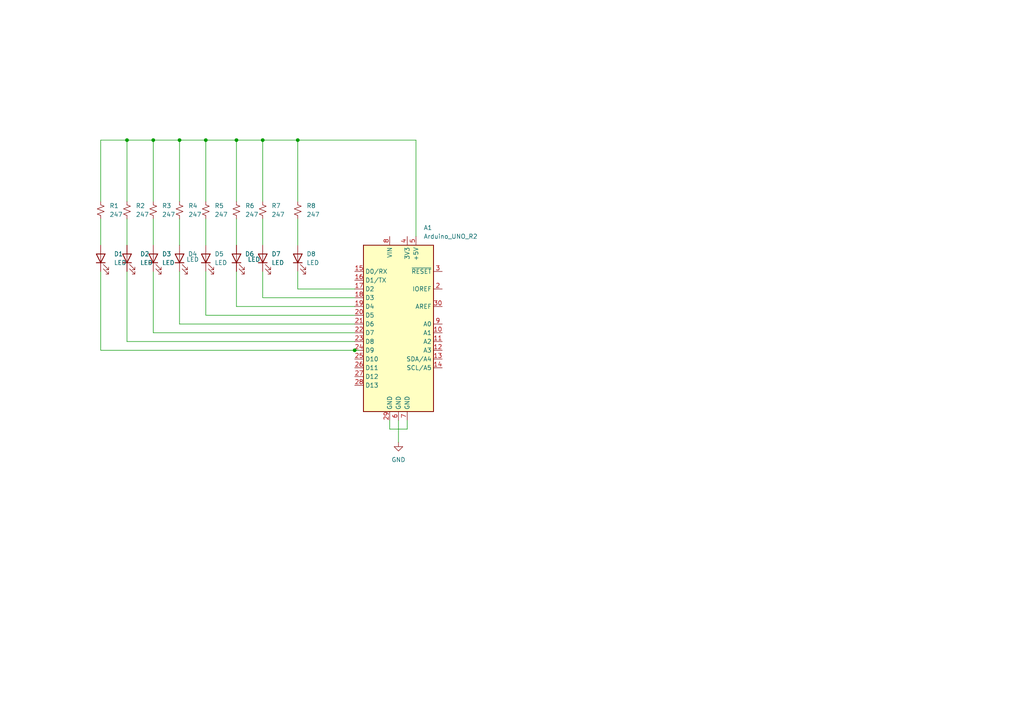
<source format=kicad_sch>
(kicad_sch (version 20230121) (generator eeschema)

  (uuid 8ac08205-34bd-4da9-9fc8-c5f859f4f146)

  (paper "A4")

  (title_block
    (title "ARDUINO UNO SHIELD")
    (date "2024-01-21")
    (rev "1")
    (company "SIMON MUNYUA MUGO")
    (comment 1 "MUMIAS WEST TECHINAL COLLEGAGE")
  )

  (lib_symbols
    (symbol "Device:LED" (pin_numbers hide) (pin_names (offset 1.016) hide) (in_bom yes) (on_board yes)
      (property "Reference" "D" (at 0 2.54 0)
        (effects (font (size 1.27 1.27)))
      )
      (property "Value" "LED" (at 0 -2.54 0)
        (effects (font (size 1.27 1.27)))
      )
      (property "Footprint" "" (at 0 0 0)
        (effects (font (size 1.27 1.27)) hide)
      )
      (property "Datasheet" "~" (at 0 0 0)
        (effects (font (size 1.27 1.27)) hide)
      )
      (property "ki_keywords" "LED diode" (at 0 0 0)
        (effects (font (size 1.27 1.27)) hide)
      )
      (property "ki_description" "Light emitting diode" (at 0 0 0)
        (effects (font (size 1.27 1.27)) hide)
      )
      (property "ki_fp_filters" "LED* LED_SMD:* LED_THT:*" (at 0 0 0)
        (effects (font (size 1.27 1.27)) hide)
      )
      (symbol "LED_0_1"
        (polyline
          (pts
            (xy -1.27 -1.27)
            (xy -1.27 1.27)
          )
          (stroke (width 0.254) (type default))
          (fill (type none))
        )
        (polyline
          (pts
            (xy -1.27 0)
            (xy 1.27 0)
          )
          (stroke (width 0) (type default))
          (fill (type none))
        )
        (polyline
          (pts
            (xy 1.27 -1.27)
            (xy 1.27 1.27)
            (xy -1.27 0)
            (xy 1.27 -1.27)
          )
          (stroke (width 0.254) (type default))
          (fill (type none))
        )
        (polyline
          (pts
            (xy -3.048 -0.762)
            (xy -4.572 -2.286)
            (xy -3.81 -2.286)
            (xy -4.572 -2.286)
            (xy -4.572 -1.524)
          )
          (stroke (width 0) (type default))
          (fill (type none))
        )
        (polyline
          (pts
            (xy -1.778 -0.762)
            (xy -3.302 -2.286)
            (xy -2.54 -2.286)
            (xy -3.302 -2.286)
            (xy -3.302 -1.524)
          )
          (stroke (width 0) (type default))
          (fill (type none))
        )
      )
      (symbol "LED_1_1"
        (pin passive line (at -3.81 0 0) (length 2.54)
          (name "K" (effects (font (size 1.27 1.27))))
          (number "1" (effects (font (size 1.27 1.27))))
        )
        (pin passive line (at 3.81 0 180) (length 2.54)
          (name "A" (effects (font (size 1.27 1.27))))
          (number "2" (effects (font (size 1.27 1.27))))
        )
      )
    )
    (symbol "Device:R_Small_US" (pin_numbers hide) (pin_names (offset 0.254) hide) (in_bom yes) (on_board yes)
      (property "Reference" "R" (at 0.762 0.508 0)
        (effects (font (size 1.27 1.27)) (justify left))
      )
      (property "Value" "R_Small_US" (at 0.762 -1.016 0)
        (effects (font (size 1.27 1.27)) (justify left))
      )
      (property "Footprint" "" (at 0 0 0)
        (effects (font (size 1.27 1.27)) hide)
      )
      (property "Datasheet" "~" (at 0 0 0)
        (effects (font (size 1.27 1.27)) hide)
      )
      (property "ki_keywords" "r resistor" (at 0 0 0)
        (effects (font (size 1.27 1.27)) hide)
      )
      (property "ki_description" "Resistor, small US symbol" (at 0 0 0)
        (effects (font (size 1.27 1.27)) hide)
      )
      (property "ki_fp_filters" "R_*" (at 0 0 0)
        (effects (font (size 1.27 1.27)) hide)
      )
      (symbol "R_Small_US_1_1"
        (polyline
          (pts
            (xy 0 0)
            (xy 1.016 -0.381)
            (xy 0 -0.762)
            (xy -1.016 -1.143)
            (xy 0 -1.524)
          )
          (stroke (width 0) (type default))
          (fill (type none))
        )
        (polyline
          (pts
            (xy 0 1.524)
            (xy 1.016 1.143)
            (xy 0 0.762)
            (xy -1.016 0.381)
            (xy 0 0)
          )
          (stroke (width 0) (type default))
          (fill (type none))
        )
        (pin passive line (at 0 2.54 270) (length 1.016)
          (name "~" (effects (font (size 1.27 1.27))))
          (number "1" (effects (font (size 1.27 1.27))))
        )
        (pin passive line (at 0 -2.54 90) (length 1.016)
          (name "~" (effects (font (size 1.27 1.27))))
          (number "2" (effects (font (size 1.27 1.27))))
        )
      )
    )
    (symbol "MCU_Module:Arduino_UNO_R2" (in_bom yes) (on_board yes)
      (property "Reference" "A" (at -10.16 23.495 0)
        (effects (font (size 1.27 1.27)) (justify left bottom))
      )
      (property "Value" "Arduino_UNO_R2" (at 5.08 -26.67 0)
        (effects (font (size 1.27 1.27)) (justify left top))
      )
      (property "Footprint" "Module:Arduino_UNO_R2" (at 0 0 0)
        (effects (font (size 1.27 1.27) italic) hide)
      )
      (property "Datasheet" "https://www.arduino.cc/en/Main/arduinoBoardUno" (at 0 0 0)
        (effects (font (size 1.27 1.27)) hide)
      )
      (property "ki_keywords" "Arduino UNO R3 Microcontroller Module Atmel AVR USB" (at 0 0 0)
        (effects (font (size 1.27 1.27)) hide)
      )
      (property "ki_description" "Arduino UNO Microcontroller Module, release 2" (at 0 0 0)
        (effects (font (size 1.27 1.27)) hide)
      )
      (property "ki_fp_filters" "Arduino*UNO*R2*" (at 0 0 0)
        (effects (font (size 1.27 1.27)) hide)
      )
      (symbol "Arduino_UNO_R2_0_1"
        (rectangle (start -10.16 22.86) (end 10.16 -25.4)
          (stroke (width 0.254) (type default))
          (fill (type background))
        )
      )
      (symbol "Arduino_UNO_R2_1_1"
        (pin no_connect line (at -10.16 -20.32 0) (length 2.54) hide
          (name "NC" (effects (font (size 1.27 1.27))))
          (number "1" (effects (font (size 1.27 1.27))))
        )
        (pin bidirectional line (at 12.7 -2.54 180) (length 2.54)
          (name "A1" (effects (font (size 1.27 1.27))))
          (number "10" (effects (font (size 1.27 1.27))))
        )
        (pin bidirectional line (at 12.7 -5.08 180) (length 2.54)
          (name "A2" (effects (font (size 1.27 1.27))))
          (number "11" (effects (font (size 1.27 1.27))))
        )
        (pin bidirectional line (at 12.7 -7.62 180) (length 2.54)
          (name "A3" (effects (font (size 1.27 1.27))))
          (number "12" (effects (font (size 1.27 1.27))))
        )
        (pin bidirectional line (at 12.7 -10.16 180) (length 2.54)
          (name "SDA/A4" (effects (font (size 1.27 1.27))))
          (number "13" (effects (font (size 1.27 1.27))))
        )
        (pin bidirectional line (at 12.7 -12.7 180) (length 2.54)
          (name "SCL/A5" (effects (font (size 1.27 1.27))))
          (number "14" (effects (font (size 1.27 1.27))))
        )
        (pin bidirectional line (at -12.7 15.24 0) (length 2.54)
          (name "D0/RX" (effects (font (size 1.27 1.27))))
          (number "15" (effects (font (size 1.27 1.27))))
        )
        (pin bidirectional line (at -12.7 12.7 0) (length 2.54)
          (name "D1/TX" (effects (font (size 1.27 1.27))))
          (number "16" (effects (font (size 1.27 1.27))))
        )
        (pin bidirectional line (at -12.7 10.16 0) (length 2.54)
          (name "D2" (effects (font (size 1.27 1.27))))
          (number "17" (effects (font (size 1.27 1.27))))
        )
        (pin bidirectional line (at -12.7 7.62 0) (length 2.54)
          (name "D3" (effects (font (size 1.27 1.27))))
          (number "18" (effects (font (size 1.27 1.27))))
        )
        (pin bidirectional line (at -12.7 5.08 0) (length 2.54)
          (name "D4" (effects (font (size 1.27 1.27))))
          (number "19" (effects (font (size 1.27 1.27))))
        )
        (pin output line (at 12.7 10.16 180) (length 2.54)
          (name "IOREF" (effects (font (size 1.27 1.27))))
          (number "2" (effects (font (size 1.27 1.27))))
        )
        (pin bidirectional line (at -12.7 2.54 0) (length 2.54)
          (name "D5" (effects (font (size 1.27 1.27))))
          (number "20" (effects (font (size 1.27 1.27))))
        )
        (pin bidirectional line (at -12.7 0 0) (length 2.54)
          (name "D6" (effects (font (size 1.27 1.27))))
          (number "21" (effects (font (size 1.27 1.27))))
        )
        (pin bidirectional line (at -12.7 -2.54 0) (length 2.54)
          (name "D7" (effects (font (size 1.27 1.27))))
          (number "22" (effects (font (size 1.27 1.27))))
        )
        (pin bidirectional line (at -12.7 -5.08 0) (length 2.54)
          (name "D8" (effects (font (size 1.27 1.27))))
          (number "23" (effects (font (size 1.27 1.27))))
        )
        (pin bidirectional line (at -12.7 -7.62 0) (length 2.54)
          (name "D9" (effects (font (size 1.27 1.27))))
          (number "24" (effects (font (size 1.27 1.27))))
        )
        (pin bidirectional line (at -12.7 -10.16 0) (length 2.54)
          (name "D10" (effects (font (size 1.27 1.27))))
          (number "25" (effects (font (size 1.27 1.27))))
        )
        (pin bidirectional line (at -12.7 -12.7 0) (length 2.54)
          (name "D11" (effects (font (size 1.27 1.27))))
          (number "26" (effects (font (size 1.27 1.27))))
        )
        (pin bidirectional line (at -12.7 -15.24 0) (length 2.54)
          (name "D12" (effects (font (size 1.27 1.27))))
          (number "27" (effects (font (size 1.27 1.27))))
        )
        (pin bidirectional line (at -12.7 -17.78 0) (length 2.54)
          (name "D13" (effects (font (size 1.27 1.27))))
          (number "28" (effects (font (size 1.27 1.27))))
        )
        (pin power_in line (at -2.54 -27.94 90) (length 2.54)
          (name "GND" (effects (font (size 1.27 1.27))))
          (number "29" (effects (font (size 1.27 1.27))))
        )
        (pin input line (at 12.7 15.24 180) (length 2.54)
          (name "~{RESET}" (effects (font (size 1.27 1.27))))
          (number "3" (effects (font (size 1.27 1.27))))
        )
        (pin input line (at 12.7 5.08 180) (length 2.54)
          (name "AREF" (effects (font (size 1.27 1.27))))
          (number "30" (effects (font (size 1.27 1.27))))
        )
        (pin power_out line (at 2.54 25.4 270) (length 2.54)
          (name "3V3" (effects (font (size 1.27 1.27))))
          (number "4" (effects (font (size 1.27 1.27))))
        )
        (pin power_out line (at 5.08 25.4 270) (length 2.54)
          (name "+5V" (effects (font (size 1.27 1.27))))
          (number "5" (effects (font (size 1.27 1.27))))
        )
        (pin power_in line (at 0 -27.94 90) (length 2.54)
          (name "GND" (effects (font (size 1.27 1.27))))
          (number "6" (effects (font (size 1.27 1.27))))
        )
        (pin power_in line (at 2.54 -27.94 90) (length 2.54)
          (name "GND" (effects (font (size 1.27 1.27))))
          (number "7" (effects (font (size 1.27 1.27))))
        )
        (pin power_in line (at -2.54 25.4 270) (length 2.54)
          (name "VIN" (effects (font (size 1.27 1.27))))
          (number "8" (effects (font (size 1.27 1.27))))
        )
        (pin bidirectional line (at 12.7 0 180) (length 2.54)
          (name "A0" (effects (font (size 1.27 1.27))))
          (number "9" (effects (font (size 1.27 1.27))))
        )
      )
    )
    (symbol "power:GND" (power) (pin_names (offset 0)) (in_bom yes) (on_board yes)
      (property "Reference" "#PWR" (at 0 -6.35 0)
        (effects (font (size 1.27 1.27)) hide)
      )
      (property "Value" "GND" (at 0 -3.81 0)
        (effects (font (size 1.27 1.27)))
      )
      (property "Footprint" "" (at 0 0 0)
        (effects (font (size 1.27 1.27)) hide)
      )
      (property "Datasheet" "" (at 0 0 0)
        (effects (font (size 1.27 1.27)) hide)
      )
      (property "ki_keywords" "global power" (at 0 0 0)
        (effects (font (size 1.27 1.27)) hide)
      )
      (property "ki_description" "Power symbol creates a global label with name \"GND\" , ground" (at 0 0 0)
        (effects (font (size 1.27 1.27)) hide)
      )
      (symbol "GND_0_1"
        (polyline
          (pts
            (xy 0 0)
            (xy 0 -1.27)
            (xy 1.27 -1.27)
            (xy 0 -2.54)
            (xy -1.27 -1.27)
            (xy 0 -1.27)
          )
          (stroke (width 0) (type default))
          (fill (type none))
        )
      )
      (symbol "GND_1_1"
        (pin power_in line (at 0 0 270) (length 0) hide
          (name "GND" (effects (font (size 1.27 1.27))))
          (number "1" (effects (font (size 1.27 1.27))))
        )
      )
    )
  )

  (junction (at 36.83 40.64) (diameter 0) (color 0 0 0 0)
    (uuid 0c61da14-8905-407b-a18a-0642c3b75b9f)
  )
  (junction (at 76.2 40.64) (diameter 0) (color 0 0 0 0)
    (uuid 48b55d13-3940-4b45-b6a0-c8476b64a26e)
  )
  (junction (at 102.87 101.6) (diameter 0) (color 0 0 0 0)
    (uuid 69fdfd37-c7d3-4520-ba41-ac3c0481ce65)
  )
  (junction (at 68.58 40.64) (diameter 0) (color 0 0 0 0)
    (uuid 6c930835-14a6-49ca-8725-229ea9690006)
  )
  (junction (at 44.45 40.64) (diameter 0) (color 0 0 0 0)
    (uuid 7ff02bc3-59c3-4f22-9a4b-e4b04db42725)
  )
  (junction (at 52.07 40.64) (diameter 0) (color 0 0 0 0)
    (uuid add90259-14f3-4a9b-b5ea-f86f0ba2bf8d)
  )
  (junction (at 86.36 40.64) (diameter 0) (color 0 0 0 0)
    (uuid b61be2df-6073-416d-b81d-7718af0013c7)
  )
  (junction (at 59.69 40.64) (diameter 0) (color 0 0 0 0)
    (uuid bce34a9c-ef19-4423-8743-a44b17101ede)
  )

  (wire (pts (xy 29.21 78.74) (xy 29.21 101.6))
    (stroke (width 0) (type default))
    (uuid 02b3a12f-d32c-424e-8248-152a98585375)
  )
  (wire (pts (xy 52.07 93.98) (xy 102.87 93.98))
    (stroke (width 0) (type default))
    (uuid 0753cbaf-122a-4514-aa1b-85f0c594581b)
  )
  (wire (pts (xy 86.36 40.64) (xy 120.65 40.64))
    (stroke (width 0) (type default))
    (uuid 0dc2437a-b05f-4ff3-b8fd-706a3b315740)
  )
  (wire (pts (xy 76.2 86.36) (xy 102.87 86.36))
    (stroke (width 0) (type default))
    (uuid 1d1e0824-c5e8-41e8-9efc-8d92d9697e5e)
  )
  (wire (pts (xy 59.69 78.74) (xy 59.69 91.44))
    (stroke (width 0) (type default))
    (uuid 3603d438-f2b3-4cc6-9c55-e44529178a42)
  )
  (wire (pts (xy 68.58 63.5) (xy 68.58 71.12))
    (stroke (width 0) (type default))
    (uuid 3e2a7a2e-b848-4bbc-a13c-e9b46c0f6bf9)
  )
  (wire (pts (xy 120.65 68.58) (xy 120.65 40.64))
    (stroke (width 0) (type default))
    (uuid 3e50cda0-5e82-4a4e-bfb6-f5a31a514b75)
  )
  (wire (pts (xy 115.57 121.92) (xy 115.57 128.27))
    (stroke (width 0) (type default))
    (uuid 40fb7ec6-2c7a-473f-86cb-7acd41150405)
  )
  (wire (pts (xy 86.36 40.64) (xy 86.36 58.42))
    (stroke (width 0) (type default))
    (uuid 42a98bbc-e0a5-454a-b33e-b3adfc0ea89a)
  )
  (wire (pts (xy 59.69 91.44) (xy 102.87 91.44))
    (stroke (width 0) (type default))
    (uuid 460dd2f4-100b-4ef4-88df-c56593a943a6)
  )
  (wire (pts (xy 29.21 40.64) (xy 29.21 58.42))
    (stroke (width 0) (type default))
    (uuid 4c35be2f-7966-462b-9c11-0b4ecae9971f)
  )
  (wire (pts (xy 36.83 40.64) (xy 36.83 58.42))
    (stroke (width 0) (type default))
    (uuid 4cb8e719-3978-44e5-a5ec-3f10024bd713)
  )
  (wire (pts (xy 76.2 40.64) (xy 86.36 40.64))
    (stroke (width 0) (type default))
    (uuid 4e37bac0-3344-495b-9bdb-ee016c5bcb9a)
  )
  (wire (pts (xy 36.83 63.5) (xy 36.83 71.12))
    (stroke (width 0) (type default))
    (uuid 5f6567b6-8201-4c9a-aed1-dca9b2585a19)
  )
  (wire (pts (xy 76.2 78.74) (xy 76.2 86.36))
    (stroke (width 0) (type default))
    (uuid 5ff3ff39-0f71-4cbd-8e0d-37ca8520d6c8)
  )
  (wire (pts (xy 44.45 40.64) (xy 52.07 40.64))
    (stroke (width 0) (type default))
    (uuid 66db8bf0-8bbd-4fb7-bc91-e13b6c129a41)
  )
  (wire (pts (xy 76.2 63.5) (xy 76.2 71.12))
    (stroke (width 0) (type default))
    (uuid 6ac82a75-1636-419c-9f4a-196f3274308b)
  )
  (wire (pts (xy 68.58 78.74) (xy 68.58 88.9))
    (stroke (width 0) (type default))
    (uuid 6b0d674b-7e1c-4e2d-9a06-bcc72b459c2a)
  )
  (wire (pts (xy 29.21 63.5) (xy 29.21 71.12))
    (stroke (width 0) (type default))
    (uuid 6b660d65-f605-44ee-844e-5149052b7600)
  )
  (wire (pts (xy 36.83 78.74) (xy 36.83 99.06))
    (stroke (width 0) (type default))
    (uuid 7233f6b6-b85e-40d4-99f1-01e97da8d14d)
  )
  (wire (pts (xy 29.21 40.64) (xy 36.83 40.64))
    (stroke (width 0) (type default))
    (uuid 77a9f7b0-eef7-4cd0-a62b-34667ff537db)
  )
  (wire (pts (xy 86.36 63.5) (xy 86.36 71.12))
    (stroke (width 0) (type default))
    (uuid 78f14e9b-9dcb-4e20-a6ec-7c71593ef069)
  )
  (wire (pts (xy 59.69 63.5) (xy 59.69 71.12))
    (stroke (width 0) (type default))
    (uuid 849db5e6-4435-4d22-a616-1ec5a388f0ba)
  )
  (wire (pts (xy 52.07 40.64) (xy 59.69 40.64))
    (stroke (width 0) (type default))
    (uuid 84f91cb8-e6e9-4264-987e-d9ddaba3794c)
  )
  (wire (pts (xy 118.11 124.46) (xy 118.11 121.92))
    (stroke (width 0) (type default))
    (uuid 89252b5c-2cb8-4c81-b518-95407fcd467e)
  )
  (wire (pts (xy 44.45 96.52) (xy 102.87 96.52))
    (stroke (width 0) (type default))
    (uuid 926028c6-ca21-43cb-9cd5-9b71019a6a43)
  )
  (wire (pts (xy 76.2 40.64) (xy 76.2 58.42))
    (stroke (width 0) (type default))
    (uuid 9469230f-d806-4014-92d1-2ae93cac5e0d)
  )
  (wire (pts (xy 68.58 40.64) (xy 68.58 58.42))
    (stroke (width 0) (type default))
    (uuid 95c2eece-6cad-4eb2-8f49-77ce8d284bd6)
  )
  (wire (pts (xy 36.83 99.06) (xy 102.87 99.06))
    (stroke (width 0) (type default))
    (uuid 9606966e-542b-41ed-8c34-56a5f7c8633e)
  )
  (wire (pts (xy 102.87 101.6) (xy 104.14 101.6))
    (stroke (width 0) (type default))
    (uuid 977a2409-e2ef-4df7-8a04-6ba7d023df85)
  )
  (wire (pts (xy 52.07 78.74) (xy 52.07 93.98))
    (stroke (width 0) (type default))
    (uuid 99cbae3c-716a-4a20-999d-d6873c330724)
  )
  (wire (pts (xy 44.45 78.74) (xy 44.45 96.52))
    (stroke (width 0) (type default))
    (uuid 9b2f4f16-fac5-4737-b385-4391a01243cf)
  )
  (wire (pts (xy 86.36 83.82) (xy 102.87 83.82))
    (stroke (width 0) (type default))
    (uuid 9ce6afe3-37c6-4df6-82c6-ed20b357ca06)
  )
  (wire (pts (xy 113.03 121.92) (xy 113.03 124.46))
    (stroke (width 0) (type default))
    (uuid ab4b032b-15b1-4443-b4e3-0975c0cbc53c)
  )
  (wire (pts (xy 52.07 58.42) (xy 52.07 40.64))
    (stroke (width 0) (type default))
    (uuid b6502e14-163c-486b-a36a-1f98000d1ddf)
  )
  (wire (pts (xy 44.45 40.64) (xy 44.45 58.42))
    (stroke (width 0) (type default))
    (uuid bbbc01b5-cd12-4d68-8949-8cc5e31af250)
  )
  (wire (pts (xy 68.58 40.64) (xy 76.2 40.64))
    (stroke (width 0) (type default))
    (uuid bccfc961-ec79-4169-bb31-b58aaf45a2ae)
  )
  (wire (pts (xy 86.36 78.74) (xy 86.36 83.82))
    (stroke (width 0) (type default))
    (uuid beaf662a-6059-467e-8045-03df4d4c22d3)
  )
  (wire (pts (xy 59.69 40.64) (xy 68.58 40.64))
    (stroke (width 0) (type default))
    (uuid c656118a-399c-4843-9af8-d2b5c694b799)
  )
  (wire (pts (xy 59.69 40.64) (xy 59.69 58.42))
    (stroke (width 0) (type default))
    (uuid c74d6f94-122c-4779-8ca6-27b82f108a50)
  )
  (wire (pts (xy 29.21 101.6) (xy 102.87 101.6))
    (stroke (width 0) (type default))
    (uuid c773a773-0bd6-480e-91bb-61eb84274ac7)
  )
  (wire (pts (xy 113.03 124.46) (xy 118.11 124.46))
    (stroke (width 0) (type default))
    (uuid cfaf1794-9c66-4bf1-9342-8f93ce8ab167)
  )
  (wire (pts (xy 44.45 40.64) (xy 36.83 40.64))
    (stroke (width 0) (type default))
    (uuid e293d433-00f1-4e74-90ea-83af964130ba)
  )
  (wire (pts (xy 52.07 63.5) (xy 52.07 71.12))
    (stroke (width 0) (type default))
    (uuid e3a995ac-f47c-4452-af7a-51899894c656)
  )
  (wire (pts (xy 44.45 63.5) (xy 44.45 71.12))
    (stroke (width 0) (type default))
    (uuid e4946b8e-a022-4fa8-913c-ee6b6ddd24ff)
  )
  (wire (pts (xy 68.58 88.9) (xy 102.87 88.9))
    (stroke (width 0) (type default))
    (uuid f7bb8ed3-7086-46be-945d-ad8beec2bf26)
  )

  (symbol (lib_id "Device:R_Small_US") (at 59.69 60.96 0) (unit 1)
    (in_bom yes) (on_board yes) (dnp no) (fields_autoplaced)
    (uuid 113e0424-feb1-4a18-8e5e-dbf5130d4bb1)
    (property "Reference" "R5" (at 62.23 59.69 0)
      (effects (font (size 1.27 1.27)) (justify left))
    )
    (property "Value" "247" (at 62.23 62.23 0)
      (effects (font (size 1.27 1.27)) (justify left))
    )
    (property "Footprint" "Resistor_SMD:R_0603_1608Metric" (at 59.69 60.96 0)
      (effects (font (size 1.27 1.27)) hide)
    )
    (property "Datasheet" "~" (at 59.69 60.96 0)
      (effects (font (size 1.27 1.27)) hide)
    )
    (pin "1" (uuid ec8bd80a-d3a5-4468-b529-6b7d9cf119ab))
    (pin "2" (uuid 034200e9-e2de-4919-9051-84bdf418bf96))
    (instances
      (project "HW_0"
        (path "/8ac08205-34bd-4da9-9fc8-c5f859f4f146"
          (reference "R5") (unit 1)
        )
      )
    )
  )

  (symbol (lib_id "Device:LED") (at 52.07 74.93 90) (unit 1)
    (in_bom yes) (on_board yes) (dnp no)
    (uuid 323c7e06-2887-4c4c-89e8-a1360af531b6)
    (property "Reference" "D4" (at 55.88 73.66 90)
      (effects (font (size 1.27 1.27)))
    )
    (property "Value" "LED" (at 55.88 75.2475 90)
      (effects (font (size 1.27 1.27)))
    )
    (property "Footprint" "LED_SMD:LED_0805_2012Metric" (at 52.07 74.93 0)
      (effects (font (size 1.27 1.27)) hide)
    )
    (property "Datasheet" "~" (at 52.07 74.93 0)
      (effects (font (size 1.27 1.27)) hide)
    )
    (pin "1" (uuid d0c12a11-bc3d-4dc0-97ee-dc06b5ebcb4a))
    (pin "2" (uuid bb6479f2-2e2e-45b6-b5ae-b89662fbf68c))
    (instances
      (project "HW_0"
        (path "/8ac08205-34bd-4da9-9fc8-c5f859f4f146"
          (reference "D4") (unit 1)
        )
      )
    )
  )

  (symbol (lib_id "Device:LED") (at 68.58 74.93 90) (unit 1)
    (in_bom yes) (on_board yes) (dnp no)
    (uuid 352c73f1-390b-443f-a147-7b72cf7c6176)
    (property "Reference" "D6" (at 72.39 73.66 90)
      (effects (font (size 1.27 1.27)))
    )
    (property "Value" "LED" (at 73.66 75.2475 90)
      (effects (font (size 1.27 1.27)))
    )
    (property "Footprint" "LED_SMD:LED_0805_2012Metric" (at 68.58 74.93 0)
      (effects (font (size 1.27 1.27)) hide)
    )
    (property "Datasheet" "~" (at 68.58 74.93 0)
      (effects (font (size 1.27 1.27)) hide)
    )
    (pin "1" (uuid d0c12a11-bc3d-4dc0-97ee-dc06b5ebcb4a))
    (pin "2" (uuid bb6479f2-2e2e-45b6-b5ae-b89662fbf68c))
    (instances
      (project "HW_0"
        (path "/8ac08205-34bd-4da9-9fc8-c5f859f4f146"
          (reference "D6") (unit 1)
        )
      )
    )
  )

  (symbol (lib_id "Device:R_Small_US") (at 76.2 60.96 0) (unit 1)
    (in_bom yes) (on_board yes) (dnp no)
    (uuid 3815ef64-5fdc-443d-bff0-d072b02fbc14)
    (property "Reference" "R7" (at 78.74 59.69 0)
      (effects (font (size 1.27 1.27)) (justify left))
    )
    (property "Value" "247" (at 78.74 62.23 0)
      (effects (font (size 1.27 1.27)) (justify left))
    )
    (property "Footprint" "Resistor_SMD:R_0603_1608Metric" (at 76.2 60.96 0)
      (effects (font (size 1.27 1.27)) hide)
    )
    (property "Datasheet" "~" (at 76.2 60.96 0)
      (effects (font (size 1.27 1.27)) hide)
    )
    (pin "1" (uuid a3aa759f-6e7a-4c34-a353-d9fd3bc59e16))
    (pin "2" (uuid d22caa46-027a-4bd4-b937-124396d34b28))
    (instances
      (project "HW_0"
        (path "/8ac08205-34bd-4da9-9fc8-c5f859f4f146"
          (reference "R7") (unit 1)
        )
      )
    )
  )

  (symbol (lib_id "Device:LED") (at 36.83 74.93 90) (unit 1)
    (in_bom yes) (on_board yes) (dnp no)
    (uuid 4a84da87-6251-480f-a06b-22a019f03a5c)
    (property "Reference" "D2" (at 40.64 73.66 90)
      (effects (font (size 1.27 1.27)) (justify right))
    )
    (property "Value" "LED" (at 40.64 76.2 90)
      (effects (font (size 1.27 1.27)) (justify right))
    )
    (property "Footprint" "LED_SMD:LED_0805_2012Metric" (at 36.83 74.93 0)
      (effects (font (size 1.27 1.27)) hide)
    )
    (property "Datasheet" "~" (at 36.83 74.93 0)
      (effects (font (size 1.27 1.27)) hide)
    )
    (pin "1" (uuid d0c12a11-bc3d-4dc0-97ee-dc06b5ebcb4a))
    (pin "2" (uuid bb6479f2-2e2e-45b6-b5ae-b89662fbf68c))
    (instances
      (project "HW_0"
        (path "/8ac08205-34bd-4da9-9fc8-c5f859f4f146"
          (reference "D2") (unit 1)
        )
      )
    )
  )

  (symbol (lib_id "Device:R_Small_US") (at 44.45 60.96 0) (unit 1)
    (in_bom yes) (on_board yes) (dnp no) (fields_autoplaced)
    (uuid 661b71d0-591c-4f1d-8670-69d9e8b2e0df)
    (property "Reference" "R3" (at 46.99 59.69 0)
      (effects (font (size 1.27 1.27)) (justify left))
    )
    (property "Value" "247" (at 46.99 62.23 0)
      (effects (font (size 1.27 1.27)) (justify left))
    )
    (property "Footprint" "Resistor_SMD:R_0603_1608Metric" (at 44.45 60.96 0)
      (effects (font (size 1.27 1.27)) hide)
    )
    (property "Datasheet" "~" (at 44.45 60.96 0)
      (effects (font (size 1.27 1.27)) hide)
    )
    (pin "1" (uuid c5a6db3a-81bd-49a5-b5e4-b49c106ff895))
    (pin "2" (uuid 7cccec29-2647-4d45-a1b2-c3bcf63a7082))
    (instances
      (project "HW_0"
        (path "/8ac08205-34bd-4da9-9fc8-c5f859f4f146"
          (reference "R3") (unit 1)
        )
      )
    )
  )

  (symbol (lib_id "MCU_Module:Arduino_UNO_R2") (at 115.57 93.98 0) (unit 1)
    (in_bom yes) (on_board yes) (dnp no) (fields_autoplaced)
    (uuid 860b66bb-e040-4162-a38d-5e49336f287e)
    (property "Reference" "A1" (at 122.8441 66.04 0)
      (effects (font (size 1.27 1.27)) (justify left))
    )
    (property "Value" "Arduino_UNO_R2" (at 122.8441 68.58 0)
      (effects (font (size 1.27 1.27)) (justify left))
    )
    (property "Footprint" "Module:Arduino_UNO_R2" (at 115.57 93.98 0)
      (effects (font (size 1.27 1.27) italic) hide)
    )
    (property "Datasheet" "https://www.arduino.cc/en/Main/arduinoBoardUno" (at 115.57 93.98 0)
      (effects (font (size 1.27 1.27)) hide)
    )
    (pin "11" (uuid 78791ee8-fb03-4bd3-8e8f-0c384d6cc105))
    (pin "19" (uuid 3339a35c-4d66-4f96-8a24-9e711944977b))
    (pin "20" (uuid ab0b1442-37cc-4b6d-a3a5-ac25bc01778a))
    (pin "25" (uuid 1af0d443-a7df-4705-b061-0454d890c30b))
    (pin "1" (uuid 8b62dad6-8c40-4298-8ab6-0cb2e7b9485d))
    (pin "30" (uuid a8a418c5-6a4d-4e86-b583-ddf19f1c534f))
    (pin "2" (uuid d888ae7a-1570-43a2-bd58-2f6f3433d4a3))
    (pin "13" (uuid fcd9a33d-b7d6-4319-af3f-3da15f8d8495))
    (pin "24" (uuid 1b7120a2-ce93-47f9-b87e-34f6bfc91a37))
    (pin "9" (uuid b45383a1-5167-4cec-92f4-85ec8913b3f6))
    (pin "21" (uuid 575bac85-ba41-4d08-b687-f4c6da1af0f1))
    (pin "10" (uuid 0d3dbb3d-412a-4a19-b112-3ea895f8837c))
    (pin "4" (uuid 91da50e0-0acd-4fcb-954c-cedf3beeca96))
    (pin "6" (uuid 2e2f44ef-24fb-46ba-a53c-ad89b975b3d5))
    (pin "12" (uuid a7d98166-e74b-4193-939d-f9e0087f1425))
    (pin "23" (uuid a5568780-c6cd-40f2-a812-1a29564fa5a7))
    (pin "5" (uuid feed4206-3b74-4549-a4fa-b3e0ec9398a7))
    (pin "15" (uuid 90b897a7-d9ac-4687-8f2c-1c04c427076f))
    (pin "26" (uuid a51a2a32-2caf-460a-b2e2-e2d6c0182951))
    (pin "22" (uuid 794e8527-3814-4aa4-bda6-c33aa5e51d9a))
    (pin "16" (uuid b6f128c7-f524-405a-af2a-a06e66638ddd))
    (pin "29" (uuid 5a4ce751-6430-4a68-9ccd-0d6bcf5420e0))
    (pin "3" (uuid 2607d5be-d900-4f13-a41a-28cbefab2097))
    (pin "17" (uuid 31378700-5d66-41f5-b823-32bea41fdbf7))
    (pin "7" (uuid 58a251ca-56d6-41f0-8bcd-03bf0283eb99))
    (pin "27" (uuid 6c8b0803-f6b9-4c80-82fb-c112aa6e59fd))
    (pin "14" (uuid c8615b59-9154-4847-ba1f-c956cfcdceda))
    (pin "28" (uuid 34ad1a0f-d46d-43c0-8aa0-e6cba0c1dcb6))
    (pin "18" (uuid 35d7cbf6-16ea-4a40-af9e-d868d3daac5c))
    (pin "8" (uuid c31b941d-ed2d-4709-a296-e0a5835ae608))
    (instances
      (project "HW_0"
        (path "/8ac08205-34bd-4da9-9fc8-c5f859f4f146"
          (reference "A1") (unit 1)
        )
      )
    )
  )

  (symbol (lib_id "Device:LED") (at 29.21 74.93 90) (unit 1)
    (in_bom yes) (on_board yes) (dnp no)
    (uuid 89c71ab3-4166-4c1f-9584-067540639a8b)
    (property "Reference" "D1" (at 33.02 73.66 90)
      (effects (font (size 1.27 1.27)) (justify right))
    )
    (property "Value" "LED" (at 33.02 76.2 90)
      (effects (font (size 1.27 1.27)) (justify right))
    )
    (property "Footprint" "LED_SMD:LED_0805_2012Metric" (at 29.21 74.93 0)
      (effects (font (size 1.27 1.27)) hide)
    )
    (property "Datasheet" "~" (at 29.21 74.93 0)
      (effects (font (size 1.27 1.27)) hide)
    )
    (pin "1" (uuid ab498415-3f88-4bc0-9ab9-806f5f6d32c7))
    (pin "2" (uuid 6dba2561-d80e-432e-a1ad-b12863023d02))
    (instances
      (project "HW_0"
        (path "/8ac08205-34bd-4da9-9fc8-c5f859f4f146"
          (reference "D1") (unit 1)
        )
      )
    )
  )

  (symbol (lib_id "Device:LED") (at 76.2 74.93 90) (unit 1)
    (in_bom yes) (on_board yes) (dnp no)
    (uuid 8a6387b5-fd08-4935-ae7d-95d0fbdbf83d)
    (property "Reference" "D7" (at 78.74 73.66 90)
      (effects (font (size 1.27 1.27)) (justify right))
    )
    (property "Value" "LED" (at 78.74 76.2 90)
      (effects (font (size 1.27 1.27)) (justify right))
    )
    (property "Footprint" "LED_SMD:LED_0805_2012Metric" (at 76.2 74.93 0)
      (effects (font (size 1.27 1.27)) hide)
    )
    (property "Datasheet" "~" (at 76.2 74.93 0)
      (effects (font (size 1.27 1.27)) hide)
    )
    (pin "1" (uuid b8c4dc09-8356-4ff4-925d-31f176a59c7e))
    (pin "2" (uuid 2f6b95bf-263e-4d8a-adc2-6bc9d5c88690))
    (instances
      (project "HW_0"
        (path "/8ac08205-34bd-4da9-9fc8-c5f859f4f146"
          (reference "D7") (unit 1)
        )
      )
    )
  )

  (symbol (lib_id "Device:LED") (at 86.36 74.93 90) (unit 1)
    (in_bom yes) (on_board yes) (dnp no)
    (uuid 97f53c8e-418f-4531-b367-7bd54f2ff3df)
    (property "Reference" "D8" (at 88.9 73.66 90)
      (effects (font (size 1.27 1.27)) (justify right))
    )
    (property "Value" "LED" (at 88.9 76.2 90)
      (effects (font (size 1.27 1.27)) (justify right))
    )
    (property "Footprint" "LED_SMD:LED_0805_2012Metric" (at 86.36 74.93 0)
      (effects (font (size 1.27 1.27)) hide)
    )
    (property "Datasheet" "~" (at 86.36 74.93 0)
      (effects (font (size 1.27 1.27)) hide)
    )
    (pin "2" (uuid ff88e1e8-823a-45ed-87a3-edf56aa9de75))
    (pin "1" (uuid ec73c71c-eec2-4322-8ca5-e85e6eae2600))
    (instances
      (project "HW_0"
        (path "/8ac08205-34bd-4da9-9fc8-c5f859f4f146"
          (reference "D8") (unit 1)
        )
      )
    )
  )

  (symbol (lib_id "Device:LED") (at 44.45 74.93 90) (unit 1)
    (in_bom yes) (on_board yes) (dnp no)
    (uuid a78a11c6-f16f-4f04-a2c9-31412619590a)
    (property "Reference" "D3" (at 46.99 73.66 90)
      (effects (font (size 1.27 1.27)) (justify right))
    )
    (property "Value" "LED" (at 46.99 76.2 90)
      (effects (font (size 1.27 1.27)) (justify right))
    )
    (property "Footprint" "LED_SMD:LED_0805_2012Metric" (at 44.45 74.93 0)
      (effects (font (size 1.27 1.27)) hide)
    )
    (property "Datasheet" "~" (at 44.45 74.93 0)
      (effects (font (size 1.27 1.27)) hide)
    )
    (pin "1" (uuid d0c12a11-bc3d-4dc0-97ee-dc06b5ebcb4a))
    (pin "2" (uuid bb6479f2-2e2e-45b6-b5ae-b89662fbf68c))
    (instances
      (project "HW_0"
        (path "/8ac08205-34bd-4da9-9fc8-c5f859f4f146"
          (reference "D3") (unit 1)
        )
      )
    )
  )

  (symbol (lib_id "Device:R_Small_US") (at 68.58 60.96 0) (unit 1)
    (in_bom yes) (on_board yes) (dnp no) (fields_autoplaced)
    (uuid ac994ca5-32a9-462c-8a57-80e42db46a95)
    (property "Reference" "R6" (at 71.12 59.69 0)
      (effects (font (size 1.27 1.27)) (justify left))
    )
    (property "Value" "247" (at 71.12 62.23 0)
      (effects (font (size 1.27 1.27)) (justify left))
    )
    (property "Footprint" "Resistor_SMD:R_0603_1608Metric" (at 68.58 60.96 0)
      (effects (font (size 1.27 1.27)) hide)
    )
    (property "Datasheet" "~" (at 68.58 60.96 0)
      (effects (font (size 1.27 1.27)) hide)
    )
    (pin "1" (uuid 963248dc-394a-44db-9b7e-702b55505282))
    (pin "2" (uuid f74626eb-7343-4005-8cac-74efc636ceba))
    (instances
      (project "HW_0"
        (path "/8ac08205-34bd-4da9-9fc8-c5f859f4f146"
          (reference "R6") (unit 1)
        )
      )
    )
  )

  (symbol (lib_id "Device:R_Small_US") (at 36.83 60.96 0) (unit 1)
    (in_bom yes) (on_board yes) (dnp no) (fields_autoplaced)
    (uuid c4f24053-de71-4be8-9fe3-4243efa72e33)
    (property "Reference" "R2" (at 39.37 59.69 0)
      (effects (font (size 1.27 1.27)) (justify left))
    )
    (property "Value" "247" (at 39.37 62.23 0)
      (effects (font (size 1.27 1.27)) (justify left))
    )
    (property "Footprint" "Resistor_SMD:R_0603_1608Metric" (at 36.83 60.96 0)
      (effects (font (size 1.27 1.27)) hide)
    )
    (property "Datasheet" "~" (at 36.83 60.96 0)
      (effects (font (size 1.27 1.27)) hide)
    )
    (pin "1" (uuid 8755d3e9-e50f-4ab4-bfdd-9b85471218ec))
    (pin "2" (uuid f693e54f-318a-458b-91ae-cc76338964e2))
    (instances
      (project "HW_0"
        (path "/8ac08205-34bd-4da9-9fc8-c5f859f4f146"
          (reference "R2") (unit 1)
        )
      )
    )
  )

  (symbol (lib_id "Device:R_Small_US") (at 29.21 60.96 0) (unit 1)
    (in_bom yes) (on_board yes) (dnp no) (fields_autoplaced)
    (uuid c82ed614-3149-4ba7-b7ff-e9acaa9a11dd)
    (property "Reference" "R1" (at 31.75 59.69 0)
      (effects (font (size 1.27 1.27)) (justify left))
    )
    (property "Value" "247" (at 31.75 62.23 0)
      (effects (font (size 1.27 1.27)) (justify left))
    )
    (property "Footprint" "Resistor_SMD:R_0603_1608Metric" (at 29.21 60.96 0)
      (effects (font (size 1.27 1.27)) hide)
    )
    (property "Datasheet" "~" (at 29.21 60.96 0)
      (effects (font (size 1.27 1.27)) hide)
    )
    (pin "1" (uuid db55d5ad-933f-4b32-b101-3c5ee7c7d308))
    (pin "2" (uuid 303b2632-0520-4df1-aef9-8f15e7b01398))
    (instances
      (project "HW_0"
        (path "/8ac08205-34bd-4da9-9fc8-c5f859f4f146"
          (reference "R1") (unit 1)
        )
      )
    )
  )

  (symbol (lib_id "Device:R_Small_US") (at 52.07 60.96 0) (unit 1)
    (in_bom yes) (on_board yes) (dnp no) (fields_autoplaced)
    (uuid e2100570-b81f-412d-9157-7cb4d8eb8497)
    (property "Reference" "R4" (at 54.61 59.69 0)
      (effects (font (size 1.27 1.27)) (justify left))
    )
    (property "Value" "247" (at 54.61 62.23 0)
      (effects (font (size 1.27 1.27)) (justify left))
    )
    (property "Footprint" "Resistor_SMD:R_0603_1608Metric" (at 52.07 60.96 0)
      (effects (font (size 1.27 1.27)) hide)
    )
    (property "Datasheet" "~" (at 52.07 60.96 0)
      (effects (font (size 1.27 1.27)) hide)
    )
    (pin "1" (uuid 64d327a6-3153-45bf-ba5b-69505f413640))
    (pin "2" (uuid 2da31cec-731c-4670-a341-b4c90eb81d5f))
    (instances
      (project "HW_0"
        (path "/8ac08205-34bd-4da9-9fc8-c5f859f4f146"
          (reference "R4") (unit 1)
        )
      )
    )
  )

  (symbol (lib_id "Device:LED") (at 59.69 74.93 90) (unit 1)
    (in_bom yes) (on_board yes) (dnp no)
    (uuid e5532f27-1100-4920-98a9-7b6340bbb7ba)
    (property "Reference" "D5" (at 62.23 73.66 90)
      (effects (font (size 1.27 1.27)) (justify right))
    )
    (property "Value" "LED" (at 62.23 76.2 90)
      (effects (font (size 1.27 1.27)) (justify right))
    )
    (property "Footprint" "LED_SMD:LED_0805_2012Metric" (at 59.69 74.93 0)
      (effects (font (size 1.27 1.27)) hide)
    )
    (property "Datasheet" "~" (at 59.69 74.93 0)
      (effects (font (size 1.27 1.27)) hide)
    )
    (pin "1" (uuid d0c12a11-bc3d-4dc0-97ee-dc06b5ebcb4a))
    (pin "2" (uuid bb6479f2-2e2e-45b6-b5ae-b89662fbf68c))
    (instances
      (project "HW_0"
        (path "/8ac08205-34bd-4da9-9fc8-c5f859f4f146"
          (reference "D5") (unit 1)
        )
      )
    )
  )

  (symbol (lib_id "Device:R_Small_US") (at 86.36 60.96 0) (unit 1)
    (in_bom yes) (on_board yes) (dnp no) (fields_autoplaced)
    (uuid e5600a55-3281-47a2-a161-068feca27c3e)
    (property "Reference" "R8" (at 88.9 59.69 0)
      (effects (font (size 1.27 1.27)) (justify left))
    )
    (property "Value" "247" (at 88.9 62.23 0)
      (effects (font (size 1.27 1.27)) (justify left))
    )
    (property "Footprint" "Resistor_SMD:R_0603_1608Metric" (at 86.36 60.96 0)
      (effects (font (size 1.27 1.27)) hide)
    )
    (property "Datasheet" "~" (at 86.36 60.96 0)
      (effects (font (size 1.27 1.27)) hide)
    )
    (pin "1" (uuid d59a040f-8eb1-4970-b5e2-9eb185117ce6))
    (pin "2" (uuid c50aca67-c1d7-4d9e-bf72-48bc9f7a7591))
    (instances
      (project "HW_0"
        (path "/8ac08205-34bd-4da9-9fc8-c5f859f4f146"
          (reference "R8") (unit 1)
        )
      )
    )
  )

  (symbol (lib_id "power:GND") (at 115.57 128.27 0) (unit 1)
    (in_bom yes) (on_board yes) (dnp no) (fields_autoplaced)
    (uuid f48ee6e9-5d1e-44f2-9a53-0095c97b9ca5)
    (property "Reference" "#PWR01" (at 115.57 134.62 0)
      (effects (font (size 1.27 1.27)) hide)
    )
    (property "Value" "GND" (at 115.57 133.35 0)
      (effects (font (size 1.27 1.27)))
    )
    (property "Footprint" "" (at 115.57 128.27 0)
      (effects (font (size 1.27 1.27)) hide)
    )
    (property "Datasheet" "" (at 115.57 128.27 0)
      (effects (font (size 1.27 1.27)) hide)
    )
    (pin "1" (uuid be44404a-c675-400f-bc0e-df75c94e7241))
    (instances
      (project "HW_0"
        (path "/8ac08205-34bd-4da9-9fc8-c5f859f4f146"
          (reference "#PWR01") (unit 1)
        )
      )
    )
  )

  (sheet_instances
    (path "/" (page "1"))
  )
)

</source>
